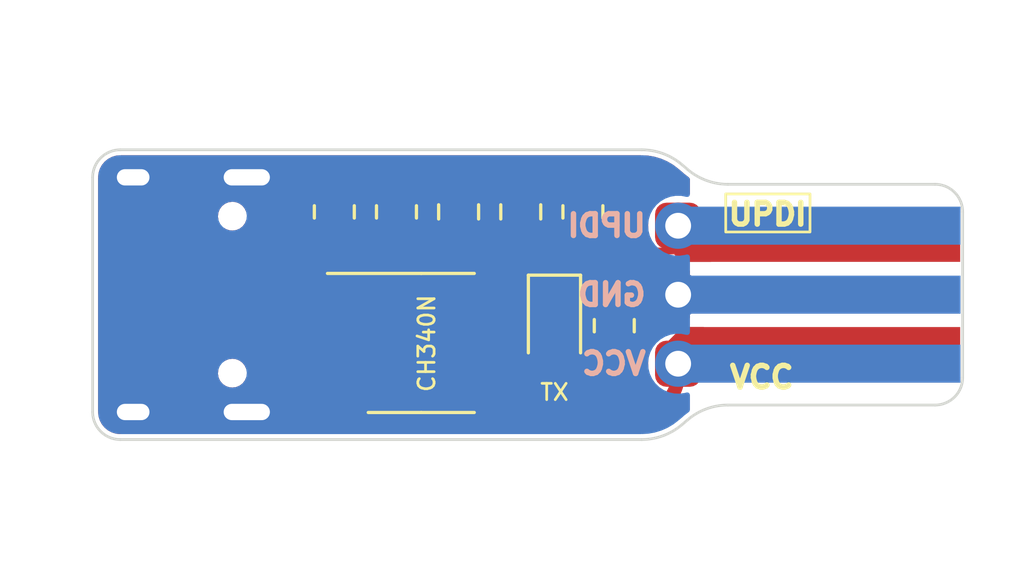
<source format=kicad_pcb>
(kicad_pcb (version 20210824) (generator pcbnew)
  (title_block (title "updi pogopin programmer") (date "2021-09-18") (rev "1") (company "ansemjo"))
  (layers (0 "F.Cu" signal "Front") (31 "B.Cu" signal "Back") (34 "B.Paste" user) (35 "F.Paste" user) (36 "B.SilkS" user "B.Silkscreen") (37 "F.SilkS" user "F.Silkscreen") (38 "B.Mask" user) (39 "F.Mask" user) (44 "Edge.Cuts" user))
  (net 0 "")
  (net 1 "GND")
  (net 2 "VBUS")
  (net 6 "/USB_D-")
  (net 7 "/USB_D+")
  (net 8 "/V3")
  (net 9 "/TX")
  (net 10 "/CC2")
  (net 11 "/CC1")
  (net 12 "Net-(D1-Pad1)")
  (net 13 "/RX")
  (footprint "Package_SO:SOP-8_3.9x4.9mm_P1.27mm" (layer "F.Cu") (at 120.8 78.486)
    (fp_text reference "U1" hide)
    (fp_text value "CH340N")
    (fp_line (start 0 2.56) (end 1.95 2.56) (layer "F.SilkS") (width 0.12))
    (fp_line (start 0 2.56) (end -1.95 2.56) (layer "F.SilkS") (width 0.12))
    (fp_line (start 0 -2.56) (end -3.45 -2.56) (layer "F.SilkS") (width 0.12))
    (fp_line (start 0 -2.56) (end 1.95 -2.56) (layer "F.SilkS") (width 0.12))
    (pad "1" smd roundrect locked (at -2.625 -1.905) (size 1.65 0.6) (layers "F.Cu" "F.Paste" "F.Mask") (net 7 "/USB_D+"))
    (pad "2" smd roundrect locked (at -2.625 -0.635) (size 1.65 0.6) (layers "F.Cu" "F.Paste" "F.Mask") (net 6 "/USB_D-"))
    (pad "3" smd roundrect locked (at -2.625 0.635) (size 1.65 0.6) (layers "F.Cu" "F.Paste" "F.Mask") (net 1 "GND"))
    (pad "4" smd roundrect locked (at -2.625 1.905) (size 1.65 0.6) (layers "F.Cu" "F.Paste" "F.Mask"))
    (pad "5" smd roundrect locked (at 2.625 1.905) (size 1.65 0.6) (layers "F.Cu" "F.Paste" "F.Mask") (net 2 "VBUS"))
    (pad "6" smd roundrect locked (at 2.625 0.635) (size 1.65 0.6) (layers "F.Cu" "F.Paste" "F.Mask") (net 9 "/TX"))
    (pad "7" smd roundrect locked (at 2.625 -0.635) (size 1.65 0.6) (layers "F.Cu" "F.Paste" "F.Mask") (net 13 "/RX"))
    (pad "8" smd roundrect locked (at 2.625 -1.905) (size 1.65 0.6) (layers "F.Cu" "F.Paste" "F.Mask") (net 8 "/V3"))
  )
  (footprint "Capacitor_SMD:C_0805_2012Metric_Pad1.18x1.45mm_HandSolder" (layer "F.Cu") (at 124.46 73.66 90)
    (fp_text reference "C1" hide)
    (fp_text value "0.1µF")
    (fp_line (start -0.261252 0.735) (end 0.261252 0.735) (layer "F.SilkS") (width 0.12))
    (fp_line (start -0.261252 -0.735) (end 0.261252 -0.735) (layer "F.SilkS") (width 0.12))
    (pad "1" smd roundrect locked (at -1.0375 0 90) (size 1.175 1.45) (layers "F.Cu" "F.Paste" "F.Mask") (roundrect_rratio 0.212766) (net 8 "/V3"))
    (pad "2" smd roundrect locked (at 1.0375 0 90) (size 1.175 1.45) (layers "F.Cu" "F.Paste" "F.Mask") (roundrect_rratio 0.212766) (net 1 "GND"))
  )
  (footprint "Resistor_SMD:R_0805_2012Metric_Pad1.20x1.40mm_HandSolder" (layer "F.Cu") (at 126.746 73.66 -90)
    (fp_text reference "R4" hide)
    (fp_text value "2.2kΩ")
    (fp_line (start -0.227064 -0.735) (end 0.227064 -0.735) (layer "F.SilkS") (width 0.12))
    (fp_line (start -0.227064 0.735) (end 0.227064 0.735) (layer "F.SilkS") (width 0.12))
    (pad "1" smd roundrect locked (at -1 0 270) (size 1.2 1.4) (layers "F.Cu" "F.Paste" "F.Mask") (roundrect_rratio 0.208333) (net 1 "GND"))
    (pad "2" smd roundrect locked (at 1 0 270) (size 1.2 1.4) (layers "F.Cu" "F.Paste" "F.Mask") (roundrect_rratio 0.208333) (net 12 "Net-(D1-Pad1)"))
  )
  (footprint "Connector_USB:USB_C_Receptacle_HRO_TYPE-C-31-M-12" (layer "F.Cu") (at 111.252 76.708 -90)
    (fp_text reference "J1" hide)
    (fp_text value "USB_C_Receptacle_USB2.0")
    (pad "" np_thru_hole circle (at -2.89 -2.6 270) (size 0.65 0.65) (drill 0.65) (layers *.Cu *.Mask))
    (pad "" np_thru_hole circle (at 2.89 -2.6 270) (size 0.65 0.65) (drill 0.65) (layers *.Cu *.Mask))
    (pad "A1" smd rect (at -3.25 -4.045 270) (size 0.6 1.45) (layers "F.Cu" "F.Paste" "F.Mask") (net 1 "GND"))
    (pad "A4" smd rect (at -2.45 -4.045 270) (size 0.6 1.45) (layers "F.Cu" "F.Paste" "F.Mask") (net 2 "VBUS"))
    (pad "A5" smd rect (at -1.25 -4.045 270) (size 0.3 1.45) (layers "F.Cu" "F.Paste" "F.Mask") (net 11 "/CC1"))
    (pad "A6" smd rect (at -0.25 -4.045 270) (size 0.3 1.45) (layers "F.Cu" "F.Paste" "F.Mask") (net 7 "/USB_D+"))
    (pad "A7" smd rect (at 0.25 -4.045 270) (size 0.3 1.45) (layers "F.Cu" "F.Paste" "F.Mask") (net 6 "/USB_D-"))
    (pad "A8" smd rect (at 1.25 -4.045 270) (size 0.3 1.45) (layers "F.Cu" "F.Paste" "F.Mask"))
    (pad "A9" smd rect (at 2.45 -4.045 270) (size 0.6 1.45) (layers "F.Cu" "F.Paste" "F.Mask") (net 2 "VBUS"))
    (pad "A12" smd rect (at 3.25 -4.045 270) (size 0.6 1.45) (layers "F.Cu" "F.Paste" "F.Mask") (net 1 "GND"))
    (pad "B1" smd rect (at 3.25 -4.045 270) (size 0.6 1.45) (layers "F.Cu" "F.Paste" "F.Mask") (net 1 "GND"))
    (pad "B4" smd rect (at 2.45 -4.045 270) (size 0.6 1.45) (layers "F.Cu" "F.Paste" "F.Mask") (net 2 "VBUS"))
    (pad "B5" smd rect (at 1.75 -4.045 270) (size 0.3 1.45) (layers "F.Cu" "F.Paste" "F.Mask") (net 10 "/CC2"))
    (pad "B6" smd rect (at 0.75 -4.045 270) (size 0.3 1.45) (layers "F.Cu" "F.Paste" "F.Mask") (net 7 "/USB_D+"))
    (pad "B7" smd rect (at -0.75 -4.045 270) (size 0.3 1.45) (layers "F.Cu" "F.Paste" "F.Mask") (net 6 "/USB_D-"))
    (pad "B8" smd rect (at -1.75 -4.045 270) (size 0.3 1.45) (layers "F.Cu" "F.Paste" "F.Mask"))
    (pad "B9" smd rect (at -2.45 -4.045 270) (size 0.6 1.45) (layers "F.Cu" "F.Paste" "F.Mask") (net 2 "VBUS"))
    (pad "B12" smd rect (at -3.25 -4.045 270) (size 0.6 1.45) (layers "F.Cu" "F.Paste" "F.Mask") (net 1 "GND"))
    (pad "S1" thru_hole oval (at -4.32 1.05 270) (size 1 1.6) (drill oval 0.6 1.2) (layers *.Cu *.Mask) (net 1 "GND"))
    (pad "S1" thru_hole oval (at 4.32 1.05 270) (size 1 1.6) (drill oval 0.6 1.2) (layers *.Cu *.Mask) (net 1 "GND"))
    (pad "S1" thru_hole oval (at 4.32 -3.13 270) (size 1 2.1) (drill oval 0.6 1.7) (layers *.Cu *.Mask) (net 1 "GND"))
    (pad "S1" thru_hole oval (at -4.32 -3.13 270) (size 1 2.1) (drill oval 0.6 1.7) (layers *.Cu *.Mask) (net 1 "GND"))
  )
  (footprint "local:PogoPins_1.6mm" (layer "F.Cu") (at 135.625 76.7 -90)
    (fp_text reference "J2" hide)
    (fp_text value "1.6mm")
    (pad "1" smd rect (at -1.6 0 270) (size 0.8 10) (layers "F.Cu" "F.Mask") (net 13 "/RX"))
    (pad "2" smd rect (at 0 0 270) (size 0.8 10) (layers "F.Cu" "F.Mask") (net 1 "GND"))
    (pad "3" smd rect (at 1.6 0 270) (size 0.8 10) (layers "F.Cu" "F.Mask") (net 2 "VBUS"))
  )
  (footprint "Resistor_SMD:R_0805_2012Metric_Pad1.20x1.40mm_HandSolder" (layer "F.Cu") (at 117.602 73.66 90)
    (fp_text reference "R1" hide)
    (fp_text value "5.1kΩ")
    (fp_line (start -0.227064 -0.735) (end 0.227064 -0.735) (layer "F.SilkS") (width 0.12))
    (fp_line (start -0.227064 0.735) (end 0.227064 0.735) (layer "F.SilkS") (width 0.12))
    (pad "1" smd roundrect locked (at -1 0 90) (size 1.2 1.4) (layers "F.Cu" "F.Paste" "F.Mask") (roundrect_rratio 0.208333) (net 11 "/CC1"))
    (pad "2" smd roundrect locked (at 1 0 90) (size 1.2 1.4) (layers "F.Cu" "F.Paste" "F.Mask") (roundrect_rratio 0.208333) (net 1 "GND"))
  )
  (footprint "LED_SMD:LED_0805_2012Metric_Pad1.15x1.40mm_HandSolder" (layer "F.Cu") (at 125.7 77.85 -90)
    (fp_text reference "D1" hide)
    (fp_text value "TX")
    (fp_line (start 1 -0.96) (end -1.86 -0.96) (layer "F.SilkS") (width 0.12))
    (fp_line (start -1.86 -0.96) (end -1.86 0.96) (layer "F.SilkS") (width 0.12))
    (fp_line (start -1.86 0.96) (end 1 0.96) (layer "F.SilkS") (width 0.12))
    (pad "1" smd roundrect locked (at -1.025 0 270) (size 1.15 1.4) (layers "F.Cu" "F.Paste" "F.Mask") (roundrect_rratio 0.217391) (net 12 "Net-(D1-Pad1)"))
    (pad "2" smd roundrect locked (at 1.025 0 270) (size 1.15 1.4) (layers "F.Cu" "F.Paste" "F.Mask") (roundrect_rratio 0.217391) (net 9 "/TX"))
  )
  (footprint "Resistor_SMD:R_0805_2012Metric_Pad1.20x1.40mm_HandSolder" (layer "F.Cu") (at 119.888 73.66 -90)
    (fp_text reference "R2" hide)
    (fp_text value "5.1kΩ")
    (fp_line (start -0.227064 0.735) (end 0.227064 0.735) (layer "F.SilkS") (width 0.12))
    (fp_line (start -0.227064 -0.735) (end 0.227064 -0.735) (layer "F.SilkS") (width 0.12))
    (pad "1" smd roundrect locked (at -1 0 270) (size 1.2 1.4) (layers "F.Cu" "F.Paste" "F.Mask") (roundrect_rratio 0.208333) (net 1 "GND"))
    (pad "2" smd roundrect locked (at 1 0 270) (size 1.2 1.4) (layers "F.Cu" "F.Paste" "F.Mask") (roundrect_rratio 0.208333) (net 10 "/CC2"))
  )
  (footprint "Capacitor_SMD:C_0805_2012Metric_Pad1.18x1.45mm_HandSolder" (layer "F.Cu") (at 122.174 73.66 -90)
    (fp_text reference "C2" hide)
    (fp_text value "0.1µF")
    (fp_line (start -0.261252 0.735) (end 0.261252 0.735) (layer "F.SilkS") (width 0.12))
    (fp_line (start -0.261252 -0.735) (end 0.261252 -0.735) (layer "F.SilkS") (width 0.12))
    (pad "1" smd roundrect locked (at -1.0375 0 270) (size 1.175 1.45) (layers "F.Cu" "F.Paste" "F.Mask") (roundrect_rratio 0.212766) (net 1 "GND"))
    (pad "2" smd roundrect locked (at 1.0375 0 270) (size 1.175 1.45) (layers "F.Cu" "F.Paste" "F.Mask") (roundrect_rratio 0.212766) (net 2 "VBUS"))
  )
  (footprint "Resistor_SMD:R_0805_2012Metric_Pad1.20x1.40mm_HandSolder" (layer "F.Cu") (at 127.9 77.85 90)
    (fp_text reference "R3" hide)
    (fp_text value "4.7kΩ")
    (fp_line (start -0.227064 -0.735) (end 0.227064 -0.735) (layer "F.SilkS") (width 0.12))
    (fp_line (start -0.227064 0.735) (end 0.227064 0.735) (layer "F.SilkS") (width 0.12))
    (pad "1" smd roundrect locked (at -1 0 90) (size 1.2 1.4) (layers "F.Cu" "F.Paste" "F.Mask") (roundrect_rratio 0.208333) (net 9 "/TX"))
    (pad "2" smd roundrect locked (at 1 0 90) (size 1.2 1.4) (layers "F.Cu" "F.Paste" "F.Mask") (roundrect_rratio 0.208333) (net 13 "/RX"))
  )
  (footprint "local:PogoPins_2.54mm" (layer "B.Cu") (at 135.636 76.708 -90)
    (fp_text reference "J3" hide)
    (fp_text value "2.54mm")
    (pad "1" smd rect (at -2.54 0 270) (size 1.4 10) (layers "B.Cu" "B.Mask") (net 13 "/RX"))
    (pad "2" smd rect (at 0 0 270) (size 1.4 10) (layers "B.Cu" "B.Mask") (net 1 "GND"))
    (pad "3" smd rect (at 2.54 0 270) (size 1.4 10) (layers "B.Cu" "B.Mask") (net 2 "VBUS"))
  )
  (footprint "local:ahoi" (layer "B.Cu") (at 120.1 78.5 180)
    (fp_text reference "ahoi" hide)
    (fp_text value "2021")
  )
  (footprint "local:CustomPinHeader_1x03_P2.54mm_Horizontal" (layer "B.Cu") (at 130.25 79.25)
    (fp_text reference "J4" hide)
    (fp_text value "Header")
    (pad "1" smd roundrect (at 0 -5.08) (size 1.7 1.7) (layers "F.Cu" "F.Mask") (net 13 "/RX"))
    (pad "1" thru_hole circle (at 0 -5.08) (size 1.7 1.7) (drill 0.95) (layers *.Cu *.Mask) (net 13 "/RX"))
    (pad "2" thru_hole circle (at 0 -2.54) (size 1.7 1.7) (drill 0.95) (layers *.Cu "B.Mask") (remove_unused_layers) (net 1 "GND"))
    (pad "2" smd roundrect (at 0 -2.54) (size 1.7 1.1) (layers "F.Cu" "F.Mask") (net 1 "GND"))
    (pad "2" smd circle (at 0 -2.54) (size 1.7 1.7) (layers "B.Cu" "B.Mask") (net 1 "GND"))
    (pad "3" smd roundrect (at 0 0) (size 1.7 1.7) (layers "F.Cu" "F.Mask") (net 2 "VBUS"))
    (pad "3" thru_hole circle (at 0 0) (size 1.7 1.7) (drill 0.95) (layers *.Cu *.Mask) (net 2 "VBUS"))
  )
  (gr_rect (start 132 73) (end 135.1 74.4) (layer "F.SilkS") (width 0.1) (fill none))
  (gr_arc (start 132.08 83.058) (end 132.08 80.772) (angle -40.60129465) (layer "Edge.Cuts") (width 0.1))
  (gr_arc (start 128.905 79.756) (end 128.905 82.042) (angle -40.60129465) (layer "Edge.Cuts") (width 0.1))
  (gr_line (start 139.7 80.772) (end 132.08 80.772) (layer "Edge.Cuts") (width 0.1))
  (gr_line (start 128.905 82.042) (end 109.728 82.042) (layer "Edge.Cuts") (width 0.1))
  (gr_arc (start 132.08 70.358) (end 132.08 72.644) (angle 40.60129465) (layer "Edge.Cuts") (width 0.1))
  (gr_line (start 109.728 71.374) (end 128.905 71.374) (layer "Edge.Cuts") (width 0.1))
  (gr_arc (start 109.728 72.39) (end 109.728 71.374) (angle -90) (layer "Edge.Cuts") (width 0.1))
  (gr_line (start 108.712 81.026) (end 108.712 72.39) (layer "Edge.Cuts") (width 0.1))
  (gr_arc (start 109.728 81.026) (end 108.712 81.026) (angle -90) (layer "Edge.Cuts") (width 0.1))
  (gr_arc (start 139.7 73.66) (end 139.7 72.644) (angle 90) (layer "Edge.Cuts") (width 0.1))
  (gr_line (start 140.716 73.66) (end 140.716 79.756) (layer "Edge.Cuts") (width 0.1))
  (gr_arc (start 139.7 79.756) (end 139.7 80.772) (angle -90) (layer "Edge.Cuts") (width 0.1))
  (gr_line (start 139.7 72.644) (end 132.08 72.644) (layer "Edge.Cuts") (width 0.1))
  (gr_line (start 130.392709 81.491661) (end 130.592291 81.322339) (layer "Edge.Cuts") (width 0.1))
  (gr_arc (start 128.905 73.66) (end 128.905 71.374) (angle 40.60129465) (layer "Edge.Cuts") (width 0.1))
  (gr_line (start 130.392709 71.924339) (end 130.592291 72.093661) (layer "Edge.Cuts") (width 0.1))
  (gr_text "UPDI" (at 129.159 74.168) (layer "B.SilkS") (effects (font (size 0.8 0.8) (thickness 0.2)) (justify left mirror)))
  (gr_text "GND" (at 129.159 76.708) (layer "B.SilkS") (effects (font (size 0.8 0.8) (thickness 0.2)) (justify left mirror)))
  (gr_text "VCC" (at 129.159 79.248) (layer "B.SilkS") (effects (font (size 0.8 0.8) (thickness 0.2)) (justify left mirror)))
  (gr_text "UPDI" (at 132 73.75) (layer "F.SilkS") (effects (font (size 0.8 0.8) (thickness 0.2)) (justify left)))
  (gr_text "VCC" (at 132.05 79.75) (layer "F.SilkS") (effects (font (size 0.8 0.8) (thickness 0.2)) (justify left)))
  (gr_text "TX" (at 125.7 80.3) (layer "F.SilkS") (effects (font (size 0.6 0.6) (thickness 0.1))))
  (gr_text "CH340N" (at 121 78.5 90) (layer "F.SilkS") (effects (font (size 0.6 0.6) (thickness 0.1))))
  (segment (start 130.396447 78.603553) (end 130.553554 78.446446) (width 0.5) (layer "F.Cu") (net 2))
  (segment (start 130.25 79.25) (end 130.25 78.957107) (width 0.5) (layer "F.Cu") (net 2))
  (segment (start 121.55 81.307143) (end 121.55 75.892857) (width 0.5) (layer "F.Cu") (net 2))
  (segment (start 130.25 79.62868) (end 130.25 79.25) (width 0.5) (layer "F.Cu") (net 2))
  (segment (start 116.48167 79.39767) (end 116.50033 79.41633) (width 0.5) (layer "F.Cu") (net 2))
  (segment (start 129.63934 80.86066) (end 129.81066 80.68934) (width 0.5) (layer "F.Cu") (net 2))
  (segment (start 123.425 81.275) (end 123.4 81.3) (width 0.5) (layer "F.Cu") (net 2))
  (segment (start 117.53866 81.3) (end 121.4 81.3) (width 0.5) (layer "F.Cu") (net 2))
  (segment (start 116.93967 81.01167) (end 117.00833 81.08033) (width 0.5) (layer "F.Cu") (net 2))
  (segment (start 116.72 79.94666) (end 116.72 80.48134) (width 0.5) (layer "F.Cu") (net 2))
  (segment (start 123.4 81.3) (end 128.57868 81.3) (width 0.5) (layer "F.Cu") (net 2))
  (segment (start 123.425 80.391) (end 123.425 81.275) (width 0.5) (layer "F.Cu") (net 2))
  (segment (start 121.842893 75.18575) (end 122.324 74.704643) (width 0.5) (layer "F.Cu") (net 2))
  (segment (start 130.907107 78.3) (end 135.625 78.3) (width 0.5) (layer "F.Cu") (net 2))
  (segment (start 114.923 79.178) (end 115.95134 79.178) (width 0.5) (layer "F.Cu") (net 2))
  (segment (start 121.4 81.3) (end 123.4 81.3) (width 0.5) (layer "F.Cu") (net 2))
  (arc (start 130.396447 78.603553) (mid 130.28806 78.765765) (end 130.25 78.957107) (width 0.5) (layer "F.Cu") (net 2))
  (arc (start 130.907107 78.3) (mid 130.715766 78.33806) (end 130.553554 78.446446) (width 0.5) (layer "F.Cu") (net 2))
  (arc (start 121.842893 75.18575) (mid 121.62612 75.510173) (end 121.55 75.892857) (width 0.5) (layer "F.Cu") (net 2))
  (arc (start 117.00833 81.08033) (mid 117.251647 81.24291) (end 117.53866 81.3) (width 0.5) (layer "F.Cu") (net 2))
  (arc (start 128.57868 81.3) (mid 129.152705 81.185819) (end 129.63934 80.86066) (width 0.5) (layer "F.Cu") (net 2))
  (arc (start 130.25 79.62868) (mid 130.135819 80.202705) (end 129.81066 80.68934) (width 0.5) (layer "F.Cu") (net 2))
  (arc (start 115.95134 79.178) (mid 116.238353 79.23509) (end 116.48167 79.39767) (width 0.5) (layer "F.Cu") (net 2))
  (arc (start 116.50033 79.41633) (mid 116.66291 79.659647) (end 116.72 79.94666) (width 0.5) (layer "F.Cu") (net 2))
  (arc (start 116.72 80.48134) (mid 116.77709 80.768353) (end 116.93967 81.01167) (width 0.5) (layer "F.Cu") (net 2))
  (segment (start 116.45648 76.436413) (end 116.45648 75.95648) (width 0.25) (layer "F.Cu") (net 6))
  (segment (start 116.288447 76.811553) (end 116.310034 76.789966) (width 0.25) (layer "F.Cu") (net 6))
  (segment (start 118.841893 77.851) (end 118.175 77.851) (width 0.25) (layer "F.Cu") (net 6))
  (segment (start 116.45648 75.95648) (end 118.896487 75.95648) (width 0.25) (layer "F.Cu") (net 6))
  (segment (start 115.297 76.958) (end 115.934893 76.958) (width 0.25) (layer "F.Cu") (net 6))
  (segment (start 119.4 76.459993) (end 119.4 77.292893) (width 0.25) (layer "F.Cu") (net 6))
  (segment (start 115.29852 75.95648) (end 116.45648 75.95648) (width 0.25) (layer "F.Cu") (net 6))
  (segment (start 119.250041 76.102927) (end 119.253554 76.10644) (width 0.25) (layer "F.Cu") (net 6))
  (segment (start 119.253553 77.646447) (end 119.195446 77.704554) (width 0.25) (layer "F.Cu") (net 6))
  (segment (start 115.297 75.958) (end 115.29852 75.95648) (width 0.25) (layer "F.Cu") (net 6))
  (arc (start 119.253553 77.646447) (mid 119.36194 77.484235) (end 119.4 77.292893) (width 0.25) (layer "F.Cu") (net 6))
  (arc (start 119.195446 77.704554) (mid 119.033234 77.81294) (end 118.841893 77.851) (width 0.25) (layer "F.Cu") (net 6))
  (arc (start 116.45648 76.436413) (mid 116.41842 76.627754) (end 116.310034 76.789966) (width 0.25) (layer "F.Cu") (net 6))
  (arc (start 116.288447 76.811553) (mid 116.126235 76.91994) (end 115.934893 76.958) (width 0.25) (layer "F.Cu") (net 6))
  (arc (start 119.250041 76.102927) (mid 119.087829 75.99454) (end 118.896487 75.95648) (width 0.25) (layer "F.Cu") (net 6))
  (arc (start 119.253554 76.10644) (mid 119.36194 76.268652) (end 119.4 76.459993) (width 0.25) (layer "F.Cu") (net 6))
  (segment (start 114.272978 77.458) (end 114.247489 77.432511) (width 0.25) (layer "F.Cu") (net 7))
  (segment (start 117.626107 76.581) (end 118.175 76.581) (width 0.25) (layer "F.Cu") (net 7))
  (segment (start 115.297 77.458) (end 116.334893 77.458) (width 0.25) (layer "F.Cu") (net 7))
  (segment (start 115.297 77.458) (end 114.272978 77.458) (width 0.25) (layer "F.Cu") (net 7))
  (segment (start 114.247489 76.506511) (end 114.296 76.458) (width 0.25) (layer "F.Cu") (net 7))
  (segment (start 116.688447 77.311553) (end 117.272554 76.727446) (width 0.25) (layer "F.Cu") (net 7))
  (segment (start 114.247489 77.432511) (end 114.247489 76.506511) (width 0.25) (layer "F.Cu") (net 7))
  (segment (start 114.296 76.458) (end 115.297 76.458) (width 0.25) (layer "F.Cu") (net 7))
  (arc (start 116.334893 77.458) (mid 116.526235 77.41994) (end 116.688447 77.311553) (width 0.25) (layer "F.Cu") (net 7))
  (arc (start 117.272554 76.727446) (mid 117.434766 76.61906) (end 117.626107 76.581) (width 0.25) (layer "F.Cu") (net 7))
  (segment (start 124.069893 75.841553) (end 124.2 75.711446) (width 0.5) (layer "F.Cu") (net 8))
  (segment (start 123.923446 76.581) (end 123.923446 76.195107) (width 0.5) (layer "F.Cu") (net 8))
  (segment (start 124.346446 75.357893) (end 124.346446 74.6975) (width 0.5) (layer "F.Cu") (net 8))
  (arc (start 124.069893 75.841553) (mid 123.961506 76.003765) (end 123.923446 76.195107) (width 0.5) (layer "F.Cu") (net 8))
  (arc (start 124.2 75.711446) (mid 124.308386 75.549234) (end 124.346446 75.357893) (width 0.5) (layer "F.Cu") (net 8))
  (segment (start 127.875 78.875) (end 127.9 78.85) (width 0.25) (layer "F.Cu") (net 9))
  (segment (start 124.136553 79.021447) (end 124.037 79.121) (width 0.25) (layer "F.Cu") (net 9))
  (segment (start 126.3 78.875) (end 124.490107 78.875) (width 0.25) (layer "F.Cu") (net 9))
  (segment (start 125.7 78.875) (end 127.875 78.875) (width 0.25) (layer "F.Cu") (net 9))
  (arc (start 124.490107 78.875) (mid 124.298765 78.91306) (end 124.136553 79.021447) (width 0.25) (layer "F.Cu") (net 9))
  (segment (start 119.888 77.397786) (end 119.888 74.66) (width 0.2) (layer "F.Cu") (net 10))
  (segment (start 119.534893 78.165107) (end 119.595107 78.104893) (width 0.2) (layer "F.Cu") (net 10))
  (segment (start 115.297 78.458) (end 118.827786 78.458) (width 0.2) (layer "F.Cu") (net 10))
  (arc (start 119.888 77.397786) (mid 119.81188 77.780469) (end 119.595107 78.104893) (width 0.2) (layer "F.Cu") (net 10))
  (arc (start 118.827786 78.458) (mid 119.210469 78.38188) (end 119.534893 78.165107) (width 0.2) (layer "F.Cu") (net 10))
  (segment (start 115.13566 75.458) (end 116.84 75.458) (width 0.2) (layer "F.Cu") (net 11))
  (segment (start 117.37033 75.23833) (end 117.94866 74.66) (width 0.2) (layer "F.Cu") (net 11))
  (arc (start 116.84 75.458) (mid 117.127013 75.40091) (end 117.37033 75.23833) (width 0.2) (layer "F.Cu") (net 11))
  (segment (start 125.7 76.825) (end 125.7 76.514214) (width 0.2) (layer "F.Cu") (net 12))
  (segment (start 125.992893 75.807107) (end 126.746 75.054) (width 0.2) (layer "F.Cu") (net 12))
  (segment (start 126.746 75.054) (end 126.746 74.66) (width 0.2) (layer "F.Cu") (net 12))
  (arc (start 125.7 76.514214) (mid 125.77612 76.131531) (end 125.992893 75.807107) (width 0.2) (layer "F.Cu") (net 12))
  (segment (start 123.425 77.851) (end 126.484786 77.851) (width 0.25) (layer "F.Cu") (net 13))
  (segment (start 127.9 76.314214) (end 127.9 76.85) (width 0.25) (layer "F.Cu") (net 13))
  (segment (start 127.191893 77.558107) (end 127.9 76.85) (width 0.25) (layer "F.Cu") (net 13))
  (segment (start 129.114214 75.1) (end 135.625 75.1) (width 0.25) (layer "F.Cu") (net 13))
  (segment (start 128.407107 75.392893) (end 128.192893 75.607107) (width 0.25) (layer "F.Cu") (net 13))
  (arc (start 128.407107 75.392893) (mid 128.73153 75.17612) (end 129.114214 75.1) (width 0.25) (layer "F.Cu") (net 13))
  (arc (start 127.191893 77.558107) (mid 126.86747 77.77488) (end 126.484786 77.851) (width 0.25) (layer "F.Cu") (net 13))
  (arc (start 128.192893 75.607107) (mid 127.97612 75.93153) (end 127.9 76.314214) (width 0.25) (layer "F.Cu") (net 13))
  (zone (net 2) (net_name "VBUS") (layer "F.Cu") (priority 10) (connect_pads yes (clearance 0.2)) (min_thickness 0.2) (fill yes (thermal_gap 0.508) (thermal_bridge_width 0.508))
    (polygon (pts (xy 115.824 79.502) (xy 113.792 79.502) (xy 113.03 78.74) (xy 113.03 74.676) (xy 113.792 73.914) (xy 115.824 73.914)))
  )
  (zone (net 13) (net_name "/RX") (layer "F.Cu") (priority 10) (connect_pads yes (clearance 0.2)) (min_thickness 0.03) (fill yes (thermal_gap 0.508) (thermal_bridge_width 0.508))
    (polygon (pts (xy 131.47 75.5) (xy 130.38 75.5) (xy 129.56 74.68) (xy 131.47 74.68)))
  )
  (zone (net 2) (net_name "VBUS") (layer "F.Cu") (priority 10) (connect_pads yes (clearance 0.2)) (min_thickness 0.03) (fill yes (thermal_gap 0.508) (thermal_bridge_width 0.508))
    (polygon (pts (xy 131.2 78.68) (xy 129.62 78.68) (xy 130.4 77.9) (xy 131.2 77.9)))
  )
  (zone (net 1) (net_name "GND") (layers F&B.Cu) (connect_pads yes (clearance 0.2)) (min_thickness 0.2) (fill yes (thermal_gap 0.508) (thermal_bridge_width 0.508))
    (polygon (pts (xy 108.458 71.12) (xy 130.683 71.12) (xy 130.683 82.296) (xy 108.458 82.296)))
  )
)
</source>
